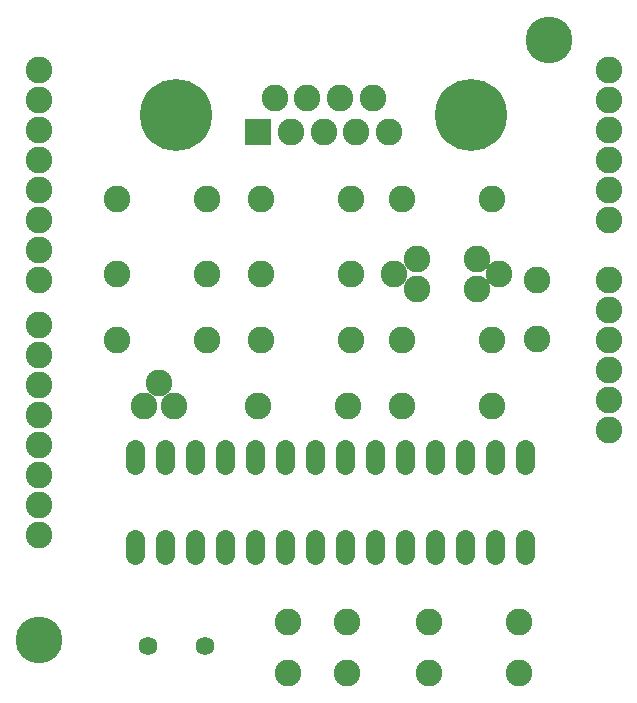
<source format=gts>
G75*
G70*
%OFA0B0*%
%FSLAX24Y24*%
%IPPOS*%
%LPD*%
%AMOC8*
5,1,8,0,0,1.08239X$1,22.5*
%
%ADD10C,0.0888*%
%ADD11C,0.1560*%
%ADD12C,0.0624*%
%ADD13C,0.0624*%
%ADD14R,0.0888X0.0888*%
%ADD15C,0.2400*%
D10*
X001506Y012268D03*
X001506Y013268D03*
X001506Y014268D03*
X001506Y015268D03*
X001506Y016268D03*
X001506Y017268D03*
X001506Y018268D03*
X001506Y019268D03*
X001506Y020768D03*
X001506Y021768D03*
X001506Y022768D03*
X001506Y023768D03*
X001506Y024768D03*
X001506Y025768D03*
X001506Y026768D03*
X001506Y027768D03*
X004106Y023468D03*
X004106Y020968D03*
X004106Y018768D03*
X005506Y017318D03*
X006006Y016568D03*
X005006Y016568D03*
X007106Y018768D03*
X007106Y020968D03*
X007106Y023468D03*
X008906Y023468D03*
X009915Y025709D03*
X009372Y026827D03*
X010463Y026827D03*
X011006Y025709D03*
X011549Y026827D03*
X012096Y025709D03*
X012640Y026827D03*
X013187Y025709D03*
X013606Y023468D03*
X014106Y021468D03*
X014106Y020468D03*
X013356Y020968D03*
X011906Y020968D03*
X011906Y018768D03*
X011806Y016568D03*
X013606Y016568D03*
X013606Y018768D03*
X016106Y020468D03*
X016856Y020968D03*
X016106Y021468D03*
X016606Y023468D03*
X018106Y020752D03*
X018106Y018784D03*
X016606Y018768D03*
X016606Y016568D03*
X020506Y016768D03*
X020506Y015768D03*
X020506Y017768D03*
X020506Y018768D03*
X020506Y019768D03*
X020506Y020768D03*
X020506Y022768D03*
X020506Y023768D03*
X020506Y024768D03*
X020506Y025768D03*
X020506Y026768D03*
X020506Y027768D03*
X011906Y023468D03*
X008906Y020968D03*
X008906Y018768D03*
X008806Y016568D03*
X009822Y009368D03*
X009822Y007668D03*
X011790Y007668D03*
X011790Y009368D03*
X014506Y009368D03*
X014506Y007668D03*
X017506Y007668D03*
X017506Y009368D03*
D11*
X001506Y008768D03*
X018506Y028768D03*
D12*
X007056Y008568D03*
X005156Y008568D03*
D13*
X004706Y011608D02*
X004706Y012128D01*
X005706Y012128D02*
X005706Y011608D01*
X006706Y011608D02*
X006706Y012128D01*
X007706Y012128D02*
X007706Y011608D01*
X008706Y011608D02*
X008706Y012128D01*
X009706Y012128D02*
X009706Y011608D01*
X010706Y011608D02*
X010706Y012128D01*
X011706Y012128D02*
X011706Y011608D01*
X012706Y011608D02*
X012706Y012128D01*
X013706Y012128D02*
X013706Y011608D01*
X014706Y011608D02*
X014706Y012128D01*
X015706Y012128D02*
X015706Y011608D01*
X016706Y011608D02*
X016706Y012128D01*
X017706Y012128D02*
X017706Y011608D01*
X017706Y014608D02*
X017706Y015128D01*
X016706Y015128D02*
X016706Y014608D01*
X015706Y014608D02*
X015706Y015128D01*
X014706Y015128D02*
X014706Y014608D01*
X013706Y014608D02*
X013706Y015128D01*
X012706Y015128D02*
X012706Y014608D01*
X011706Y014608D02*
X011706Y015128D01*
X010706Y015128D02*
X010706Y014608D01*
X009706Y014608D02*
X009706Y015128D01*
X008706Y015128D02*
X008706Y014608D01*
X007706Y014608D02*
X007706Y015128D01*
X006706Y015128D02*
X006706Y014608D01*
X005706Y014608D02*
X005706Y015128D01*
X004706Y015128D02*
X004706Y014608D01*
D14*
X008825Y025709D03*
D15*
X006085Y026268D03*
X015927Y026268D03*
M02*

</source>
